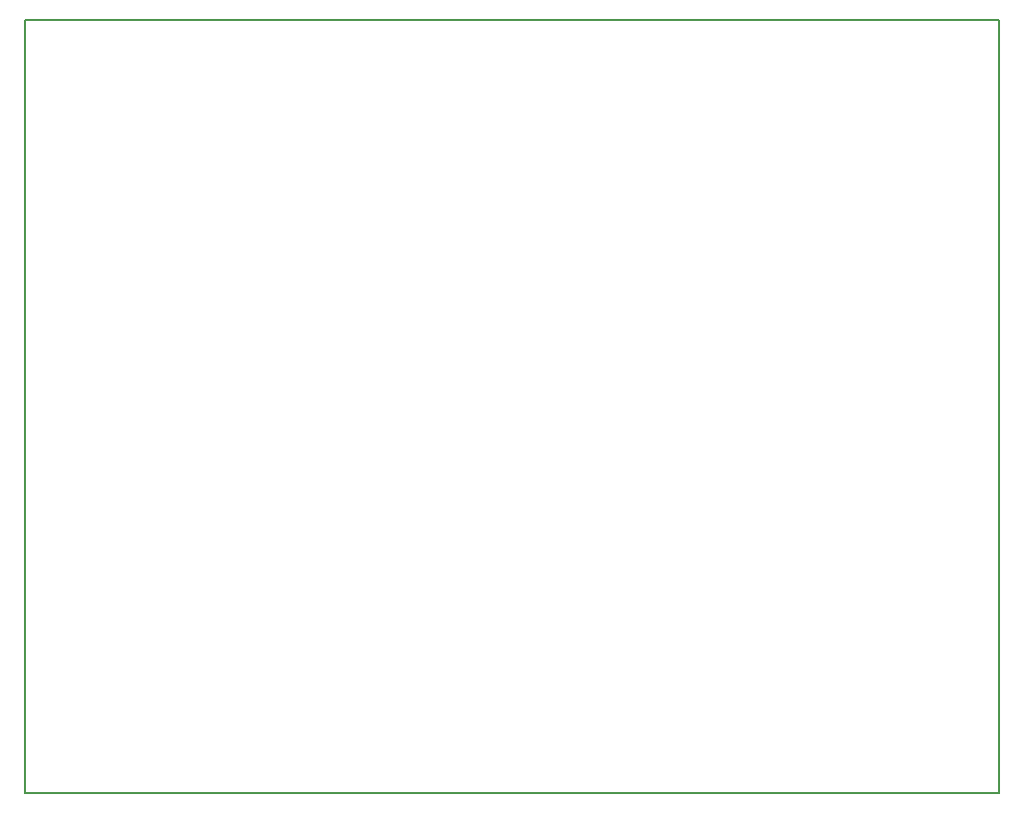
<source format=gm1>
G04 #@! TF.GenerationSoftware,KiCad,Pcbnew,(6.0.7)*
G04 #@! TF.CreationDate,2022-10-03T20:14:31+03:00*
G04 #@! TF.ProjectId,ESP32_blAudio_portable,45535033-325f-4626-9c41-7564696f5f70,rev?*
G04 #@! TF.SameCoordinates,Original*
G04 #@! TF.FileFunction,Profile,NP*
%FSLAX46Y46*%
G04 Gerber Fmt 4.6, Leading zero omitted, Abs format (unit mm)*
G04 Created by KiCad (PCBNEW (6.0.7)) date 2022-10-03 20:14:31*
%MOMM*%
%LPD*%
G01*
G04 APERTURE LIST*
G04 #@! TA.AperFunction,Profile*
%ADD10C,0.150000*%
G04 #@! TD*
G04 APERTURE END LIST*
D10*
X51000000Y-21000000D02*
X133500000Y-21000000D01*
X133500000Y-21000000D02*
X133500000Y-86500000D01*
X133500000Y-86500000D02*
X51000000Y-86500000D01*
X51000000Y-86500000D02*
X51000000Y-21000000D01*
M02*

</source>
